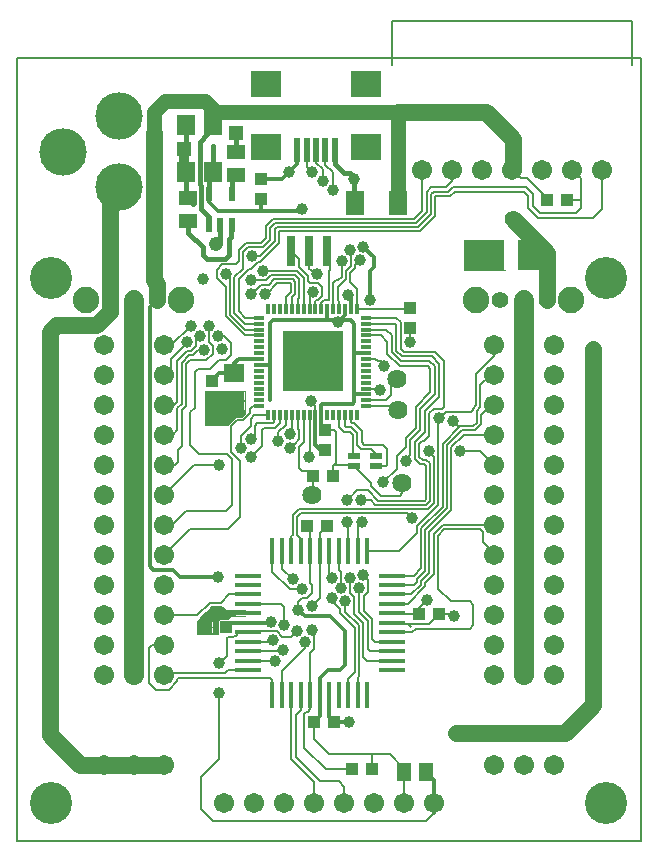
<source format=gtl>
G75*
G70*
%OFA0B0*%
%FSLAX24Y24*%
%IPPOS*%
%LPD*%
%AMOC8*
5,1,8,0,0,1.08239X$1,22.5*
%
%ADD10C,0.0060*%
%ADD11R,0.0138X0.0866*%
%ADD12R,0.0866X0.0138*%
%ADD13C,0.1580*%
%ADD14R,0.0512X0.0630*%
%ADD15R,0.0433X0.0394*%
%ADD16C,0.0673*%
%ADD17C,0.0050*%
%ADD18C,0.1400*%
%ADD19C,0.0550*%
%ADD20C,0.0885*%
%ADD21R,0.0768X0.0984*%
%ADD22R,0.0118X0.0335*%
%ADD23R,0.0335X0.0118*%
%ADD24R,0.2000X0.2000*%
%ADD25R,0.0217X0.0472*%
%ADD26R,0.0610X0.0709*%
%ADD27R,0.0591X0.0512*%
%ADD28R,0.0709X0.0610*%
%ADD29R,0.0394X0.0433*%
%ADD30R,0.0984X0.0866*%
%ADD31R,0.0197X0.0787*%
%ADD32R,0.0315X0.1024*%
%ADD33R,0.0591X0.0827*%
%ADD34R,0.0400X0.0200*%
%ADD35C,0.0640*%
%ADD36C,0.0390*%
%ADD37C,0.0080*%
%ADD38C,0.0120*%
%ADD39C,0.0560*%
%ADD40C,0.0010*%
%ADD41R,0.0476X0.0476*%
%ADD42C,0.0160*%
%ADD43C,0.0476*%
%ADD44C,0.0320*%
%ADD45C,0.0555*%
%ADD46C,0.0500*%
%ADD47C,0.0660*%
D10*
X000624Y000140D02*
X000624Y026240D01*
X021424Y026240D01*
X021424Y000140D01*
X000624Y000140D01*
D11*
X009154Y004999D03*
X009469Y004999D03*
X009784Y004999D03*
X010099Y004999D03*
X010414Y004999D03*
X010729Y004999D03*
X011044Y004999D03*
X011359Y004999D03*
X011674Y004999D03*
X011989Y004999D03*
X012304Y004999D03*
X012304Y009802D03*
X011989Y009802D03*
X011674Y009802D03*
X011359Y009802D03*
X011044Y009802D03*
X010729Y009802D03*
X010414Y009802D03*
X010099Y009802D03*
X009784Y009802D03*
X009469Y009802D03*
X009154Y009802D03*
D12*
X008328Y008975D03*
X008328Y008660D03*
X008328Y008345D03*
X008328Y008030D03*
X008328Y007715D03*
X008328Y007401D03*
X008328Y007086D03*
X008328Y006771D03*
X008328Y006456D03*
X008328Y006141D03*
X008328Y005826D03*
X013131Y005826D03*
X013131Y006141D03*
X013131Y006456D03*
X013131Y006771D03*
X013131Y007086D03*
X013131Y007401D03*
X013131Y007715D03*
X013131Y008030D03*
X013131Y008345D03*
X013131Y008660D03*
X013131Y008975D03*
D13*
X004037Y021914D03*
X002187Y023095D03*
X004037Y024276D03*
D14*
X013529Y002417D03*
X014277Y002417D03*
D15*
X011204Y004084D03*
X010535Y004084D03*
X007615Y007253D03*
X006945Y007253D03*
X010303Y010638D03*
X010973Y010638D03*
X014032Y007685D03*
X014701Y007685D03*
X013746Y017231D03*
X013746Y017901D03*
D16*
X016534Y016650D03*
X016534Y015650D03*
X016534Y014650D03*
X016534Y013650D03*
X016534Y012650D03*
X016534Y011650D03*
X016534Y010650D03*
X016534Y009650D03*
X016534Y008650D03*
X016534Y007650D03*
X016534Y006650D03*
X016534Y005650D03*
X017534Y005650D03*
X017534Y006650D03*
X017534Y007650D03*
X017534Y008650D03*
X017534Y009650D03*
X017534Y010650D03*
X017534Y011650D03*
X017534Y012650D03*
X017534Y013650D03*
X017534Y014650D03*
X017534Y015650D03*
X017534Y016650D03*
X018534Y016650D03*
X018534Y015650D03*
X018534Y014650D03*
X018534Y013650D03*
X018534Y012650D03*
X018534Y011650D03*
X018534Y010650D03*
X018534Y009650D03*
X018534Y008650D03*
X018534Y007650D03*
X018534Y006650D03*
X018534Y005650D03*
X018534Y002650D03*
X017534Y002650D03*
X016534Y002650D03*
X014534Y001400D03*
X013534Y001400D03*
X012534Y001400D03*
X011534Y001400D03*
X010534Y001400D03*
X009534Y001400D03*
X008534Y001400D03*
X007534Y001400D03*
X005534Y002650D03*
X004534Y002650D03*
X003534Y002650D03*
X003534Y005650D03*
X003534Y006650D03*
X003534Y007650D03*
X003534Y008650D03*
X003534Y009650D03*
X003534Y010650D03*
X003534Y011650D03*
X003534Y012650D03*
X003534Y013650D03*
X003534Y014650D03*
X003534Y015650D03*
X003534Y016650D03*
X004534Y016650D03*
X004534Y015650D03*
X004534Y014650D03*
X004534Y013650D03*
X004534Y012650D03*
X004534Y011650D03*
X004534Y010650D03*
X004534Y009650D03*
X004534Y008650D03*
X004534Y007650D03*
X004534Y006650D03*
X004534Y005650D03*
X005534Y005650D03*
X005534Y006650D03*
X005534Y007650D03*
X005534Y008650D03*
X005534Y009650D03*
X005534Y010650D03*
X005534Y011650D03*
X005534Y012650D03*
X005534Y013650D03*
X005534Y014650D03*
X005534Y015650D03*
X005534Y016650D03*
X014154Y022500D03*
X015154Y022500D03*
X016154Y022500D03*
X017154Y022500D03*
X018154Y022500D03*
X019154Y022500D03*
X020154Y022500D03*
D17*
X021154Y026000D02*
X021154Y027450D01*
X013154Y027450D01*
X013154Y026000D01*
D18*
X020284Y018900D03*
X020284Y001400D03*
X001784Y001400D03*
X001784Y018900D03*
D19*
X003737Y018169D03*
X004524Y018169D03*
X005311Y018169D03*
X016737Y018169D03*
X017524Y018169D03*
X018311Y018169D03*
D20*
X019099Y018169D03*
X015949Y018169D03*
X006099Y018169D03*
X002949Y018169D03*
D21*
X016518Y019659D03*
X017719Y019659D03*
D22*
X011964Y017864D03*
X011767Y017864D03*
X011570Y017864D03*
X011373Y017864D03*
X011176Y017864D03*
X010979Y017864D03*
X010783Y017864D03*
X010586Y017864D03*
X010389Y017864D03*
X010192Y017864D03*
X009995Y017864D03*
X009798Y017864D03*
X009601Y017864D03*
X009405Y017864D03*
X009208Y017864D03*
X009011Y017864D03*
X009011Y014320D03*
X009208Y014320D03*
X009405Y014320D03*
X009601Y014320D03*
X009798Y014320D03*
X009995Y014320D03*
X010192Y014320D03*
X010389Y014320D03*
X010586Y014320D03*
X010783Y014320D03*
X010979Y014320D03*
X011176Y014320D03*
X011373Y014320D03*
X011570Y014320D03*
X011767Y014320D03*
X011964Y014320D03*
D23*
X012259Y014616D03*
X012259Y014812D03*
X012259Y015009D03*
X012259Y015206D03*
X012259Y015403D03*
X012259Y015600D03*
X012259Y015797D03*
X012259Y015994D03*
X012259Y016190D03*
X012259Y016387D03*
X012259Y016584D03*
X012259Y016781D03*
X012259Y016978D03*
X012259Y017175D03*
X012259Y017371D03*
X012259Y017568D03*
X008716Y017568D03*
X008716Y017371D03*
X008716Y017175D03*
X008716Y016978D03*
X008716Y016781D03*
X008716Y016584D03*
X008716Y016387D03*
X008716Y016190D03*
X008716Y015994D03*
X008716Y015797D03*
X008716Y015600D03*
X008716Y015403D03*
X008716Y015206D03*
X008716Y015009D03*
X008716Y014812D03*
X008716Y014616D03*
D24*
X010509Y016116D03*
D25*
X007791Y020655D03*
X007417Y020655D03*
X007043Y020655D03*
X007043Y021678D03*
X007791Y021678D03*
D26*
X007184Y022440D03*
X006259Y022440D03*
X006263Y023997D03*
X007188Y023997D03*
D27*
X007942Y023077D03*
X007942Y022329D03*
X006338Y021543D03*
X006338Y020795D03*
D28*
X007883Y015732D03*
X007883Y014807D03*
D29*
X007124Y014805D03*
X007124Y015474D03*
X010493Y012306D03*
X011163Y012306D03*
X010904Y013155D03*
X010904Y013825D03*
X008764Y021535D03*
X008764Y022205D03*
X018309Y021490D03*
X018979Y021490D03*
X012469Y002540D03*
X011799Y002540D03*
D30*
X012258Y023273D03*
X012258Y025359D03*
X008951Y025359D03*
X008951Y023273D03*
D31*
X009974Y023174D03*
X010289Y023174D03*
X010604Y023174D03*
X010919Y023174D03*
X011234Y023174D03*
D32*
X010965Y019790D03*
X010374Y019790D03*
X009784Y019790D03*
D33*
X011915Y021390D03*
X013333Y021390D03*
D34*
X012613Y012972D03*
X012613Y012617D03*
X011865Y012617D03*
X011865Y012972D03*
D35*
X013344Y014490D03*
X013304Y015530D03*
X013484Y012070D03*
X010464Y011650D03*
D36*
X011624Y011490D03*
X012104Y011490D03*
X012124Y010750D03*
X011644Y010750D03*
X012854Y012080D03*
X013604Y012800D03*
X014384Y013110D03*
X014704Y014210D03*
X015164Y014130D03*
X015404Y013110D03*
X013804Y010890D03*
X012184Y008990D03*
X011744Y008890D03*
X011444Y008550D03*
X011584Y008110D03*
X011144Y008210D03*
X011144Y008890D03*
X010464Y007950D03*
X010004Y007830D03*
X009544Y007310D03*
X009104Y007410D03*
X009184Y006810D03*
X009504Y006490D03*
X009224Y006130D03*
X009964Y007130D03*
X010244Y006750D03*
X010484Y007170D03*
X010144Y008530D03*
X009824Y008850D03*
X012044Y008550D03*
X014304Y008170D03*
X015194Y007630D03*
X015264Y003730D03*
X011704Y004090D03*
X007384Y005050D03*
X007384Y006050D03*
X007244Y007750D03*
X007344Y008910D03*
X007364Y012670D03*
X008104Y013230D03*
X008444Y013530D03*
X008444Y012930D03*
X009344Y013450D03*
X009744Y013230D03*
X009744Y013690D03*
X010384Y012910D03*
X010424Y014790D03*
X011324Y017410D03*
X011664Y018310D03*
X012404Y018150D03*
X011464Y019450D03*
X011744Y019810D03*
X012064Y019490D03*
X012184Y019930D03*
X010644Y019040D03*
X010504Y018420D03*
X008904Y018370D03*
X008444Y018370D03*
X008444Y018830D03*
X008824Y019130D03*
X008464Y019630D03*
X007604Y019030D03*
X006844Y018870D03*
X007024Y017290D03*
X007344Y016970D03*
X007484Y016530D03*
X006864Y016490D03*
X006724Y016950D03*
X006424Y017290D03*
X006304Y016750D03*
X007564Y014230D03*
X012744Y015150D03*
X012884Y015970D03*
X013744Y016750D03*
X015804Y019410D03*
X015804Y019910D03*
X011884Y022190D03*
X011164Y021830D03*
X010824Y022130D03*
X010464Y022410D03*
X009704Y022430D03*
X010124Y021190D03*
X019824Y016530D03*
D37*
X016534Y016650D02*
X016534Y016280D01*
X015944Y015690D01*
X015944Y014650D01*
X015824Y014530D01*
X015824Y014490D01*
X015764Y014430D01*
X014924Y014430D01*
X014704Y014210D01*
X014684Y014190D01*
X014684Y011330D01*
X013964Y010610D01*
X013964Y010390D01*
X013376Y009802D01*
X012304Y009802D01*
X011989Y009802D02*
X011989Y010615D01*
X012124Y010750D01*
X011674Y010720D02*
X011644Y010750D01*
X011674Y010720D02*
X011674Y009802D01*
X011359Y009802D02*
X011359Y009175D01*
X011444Y009090D01*
X011444Y008550D01*
X011744Y008390D02*
X011744Y008890D01*
X012044Y008550D02*
X012044Y007750D01*
X012324Y007470D01*
X012324Y006530D01*
X012398Y006456D01*
X013131Y006456D01*
X013131Y006771D02*
X012563Y006771D01*
X012464Y006870D01*
X012464Y007530D01*
X012204Y007790D01*
X012204Y008290D01*
X012344Y008430D01*
X012344Y008830D01*
X012184Y008990D01*
X011744Y008390D02*
X011884Y008250D01*
X011884Y007690D01*
X012184Y007390D01*
X012184Y006270D01*
X012313Y006141D01*
X013131Y006141D01*
X013131Y007086D02*
X013820Y007086D01*
X013924Y007190D01*
X015724Y007190D01*
X015844Y007310D01*
X015844Y007990D01*
X015724Y008110D01*
X015094Y008110D01*
X014664Y008540D01*
X014664Y010290D01*
X014884Y010510D01*
X016064Y010510D01*
X016164Y010410D01*
X016164Y010090D01*
X016534Y009720D01*
X016534Y009650D01*
X016534Y010650D02*
X014824Y010650D01*
X014524Y010350D01*
X014524Y009010D01*
X014244Y008730D01*
X014244Y008610D01*
X013665Y008030D01*
X013131Y008030D01*
X013131Y007715D02*
X013161Y007685D01*
X014032Y007685D01*
X014032Y007897D01*
X014304Y008170D01*
X014104Y008670D02*
X013780Y008345D01*
X013131Y008345D01*
X013131Y008660D02*
X013875Y008660D01*
X013964Y008750D01*
X013964Y008850D01*
X014244Y009130D01*
X014244Y010490D01*
X014964Y011210D01*
X014964Y013310D01*
X015464Y013810D01*
X015904Y013810D01*
X016104Y014010D01*
X016104Y014330D01*
X016424Y014650D01*
X016534Y014650D01*
X016084Y014590D02*
X016084Y015330D01*
X016244Y015490D01*
X016374Y015490D01*
X016534Y015650D01*
X016084Y014590D02*
X015964Y014470D01*
X015964Y014070D01*
X015844Y013950D01*
X015404Y013950D01*
X015344Y013950D01*
X015164Y014130D01*
X015404Y013950D02*
X014824Y013370D01*
X014824Y011270D01*
X014104Y010550D01*
X014104Y009210D01*
X013869Y008975D01*
X013131Y008975D01*
X014104Y008790D02*
X014104Y008670D01*
X014104Y008790D02*
X014384Y009070D01*
X014384Y010430D01*
X015104Y011150D01*
X015104Y013250D01*
X015524Y013670D01*
X016514Y013670D01*
X016534Y013650D01*
X016074Y013110D02*
X015404Y013110D01*
X016074Y013110D02*
X016534Y012650D01*
X014804Y014540D02*
X014534Y014540D01*
X014384Y014390D01*
X014384Y013640D01*
X014204Y013460D01*
X014144Y013460D01*
X014054Y013370D01*
X014054Y012940D01*
X014164Y012830D01*
X014284Y012830D01*
X014404Y012710D01*
X014404Y011450D01*
X014284Y011330D01*
X012584Y011330D01*
X012424Y011490D01*
X012104Y011490D01*
X011984Y011810D02*
X012344Y011810D01*
X012684Y011470D01*
X014224Y011470D01*
X014264Y011510D01*
X014264Y012630D01*
X014204Y012690D01*
X014084Y012690D01*
X013904Y012870D01*
X013904Y013430D01*
X014234Y013760D01*
X014234Y014450D01*
X014714Y014930D01*
X014714Y016040D01*
X014464Y016290D01*
X013464Y016290D01*
X013284Y016470D01*
X013284Y017330D01*
X013243Y017371D01*
X012259Y017371D01*
X012259Y017175D02*
X012949Y017175D01*
X013124Y017000D01*
X013124Y016430D01*
X013424Y016130D01*
X014384Y016130D01*
X014564Y015950D01*
X014564Y015020D01*
X014084Y014540D01*
X014084Y013820D01*
X013754Y013490D01*
X013754Y012980D01*
X013604Y012830D01*
X013604Y012800D01*
X013304Y012950D02*
X013604Y013250D01*
X013604Y013550D01*
X013934Y013880D01*
X013934Y014600D01*
X014414Y015080D01*
X014414Y015860D01*
X014324Y015950D01*
X013394Y015950D01*
X012974Y016370D01*
X012974Y016760D01*
X012756Y016978D01*
X012259Y016978D01*
X012259Y017568D02*
X013286Y017568D01*
X013424Y017430D01*
X013424Y016530D01*
X013524Y016430D01*
X014559Y016430D01*
X014871Y016118D01*
X014871Y014607D01*
X014804Y014540D01*
X014384Y013110D02*
X014344Y013110D01*
X014544Y012910D01*
X014544Y011390D01*
X014344Y011190D01*
X010024Y011190D01*
X009824Y010990D01*
X009824Y010330D01*
X009784Y010290D01*
X009784Y009802D01*
X010099Y009802D02*
X010099Y010195D01*
X009964Y010330D01*
X009964Y010910D01*
X010104Y011050D01*
X013644Y011050D01*
X013804Y010890D01*
X013394Y011630D02*
X013484Y011720D01*
X013484Y012070D01*
X013394Y011630D02*
X012764Y011630D01*
X012434Y011960D01*
X012434Y012049D01*
X011865Y012617D01*
X011823Y012660D01*
X011214Y012660D01*
X011284Y012730D01*
X011284Y013750D01*
X011204Y013830D01*
X010909Y013830D01*
X010904Y013825D01*
X011373Y013921D02*
X011373Y014320D01*
X011570Y014320D02*
X011570Y013944D01*
X011604Y013910D01*
X011784Y013910D01*
X011984Y013710D01*
X011984Y013310D01*
X012104Y013190D01*
X012444Y013190D01*
X012613Y013021D01*
X012613Y012972D01*
X012613Y012617D02*
X012621Y012610D01*
X012924Y012610D01*
X012984Y012670D01*
X012984Y013190D01*
X012844Y013330D01*
X012204Y013330D01*
X012124Y013410D01*
X012124Y013790D01*
X011864Y014050D01*
X011804Y014050D01*
X011767Y014087D01*
X011767Y014320D01*
X011724Y013770D02*
X011524Y013770D01*
X011373Y013921D01*
X011724Y013770D02*
X011844Y013650D01*
X011844Y012993D01*
X011865Y012972D01*
X011214Y012660D02*
X011163Y012609D01*
X011163Y012306D01*
X010493Y012306D02*
X010493Y011853D01*
X010493Y012306D02*
X010489Y012470D01*
X010144Y012470D01*
X010044Y012570D01*
X010044Y013270D01*
X010192Y013418D01*
X010192Y014320D01*
X009995Y014320D02*
X009995Y013859D01*
X010044Y013810D01*
X010044Y013510D01*
X009904Y013370D01*
X009884Y013370D01*
X009744Y013230D01*
X009344Y013450D02*
X009344Y013750D01*
X009601Y014007D01*
X009601Y014320D01*
X009405Y014320D02*
X009405Y014050D01*
X009244Y013890D01*
X008864Y013890D01*
X008804Y013830D01*
X008804Y013290D01*
X008444Y012930D01*
X008084Y012790D02*
X008084Y010930D01*
X007684Y010530D01*
X006414Y010530D01*
X005534Y009650D01*
X005534Y010650D02*
X005804Y010650D01*
X006264Y011110D01*
X006284Y011130D01*
X007604Y011130D01*
X007804Y011330D01*
X007804Y012850D01*
X007644Y013010D01*
X006704Y013010D01*
X006404Y013310D01*
X006404Y014410D01*
X006564Y014570D01*
X006564Y015750D01*
X006664Y015850D01*
X007084Y015850D01*
X007384Y016150D01*
X007604Y016150D01*
X007784Y016330D01*
X007784Y016710D01*
X007524Y016970D01*
X007344Y016970D01*
X007024Y016750D02*
X007164Y016610D01*
X007164Y016370D01*
X006944Y016150D01*
X006404Y016150D01*
X006264Y016010D01*
X006264Y014630D01*
X006124Y014490D01*
X006124Y013290D01*
X006004Y013170D01*
X006004Y012750D01*
X005904Y012650D01*
X005534Y012650D01*
X005534Y013650D02*
X005554Y013670D01*
X005844Y013670D01*
X005984Y013810D01*
X005984Y014550D01*
X006124Y014690D01*
X006124Y016070D01*
X006364Y016310D01*
X006504Y016310D01*
X006684Y016490D01*
X006864Y016490D01*
X006604Y016630D02*
X006604Y016830D01*
X006724Y016950D01*
X006644Y016870D01*
X006604Y016630D02*
X006424Y016450D01*
X006304Y016450D01*
X005984Y016130D01*
X005984Y014770D01*
X005864Y014650D01*
X005534Y014650D01*
X005534Y015650D02*
X005764Y015880D01*
X005764Y016190D01*
X006304Y016730D01*
X006304Y016750D01*
X005784Y016650D02*
X006424Y017290D01*
X007024Y017290D02*
X007024Y016750D01*
X007604Y017610D02*
X007604Y018590D01*
X007304Y018890D01*
X007304Y019170D01*
X007484Y019350D01*
X007924Y019350D01*
X008024Y019450D01*
X008024Y019830D01*
X008264Y020070D01*
X008784Y020070D01*
X008944Y020230D01*
X008944Y020630D01*
X009184Y020870D01*
X013884Y020870D01*
X014154Y021140D01*
X014154Y022500D01*
X014444Y021910D02*
X014304Y021770D01*
X014304Y021090D01*
X013944Y020730D01*
X009244Y020730D01*
X009084Y020570D01*
X009084Y020170D01*
X008844Y019930D01*
X008324Y019930D01*
X008164Y019770D01*
X008164Y019190D01*
X007884Y018910D01*
X007884Y017730D01*
X008243Y017371D01*
X008716Y017371D01*
X008716Y017175D02*
X008239Y017175D01*
X007744Y017670D01*
X007744Y018890D01*
X007604Y019030D01*
X008024Y018850D02*
X008024Y017790D01*
X008246Y017568D01*
X008716Y017568D01*
X008716Y016978D02*
X008236Y016978D01*
X007604Y017610D01*
X008444Y018370D02*
X008464Y018370D01*
X008764Y018670D01*
X009024Y018670D01*
X009204Y018850D01*
X009824Y018850D01*
X009904Y018770D01*
X009904Y018350D01*
X009798Y018244D01*
X009798Y017864D01*
X009601Y017864D02*
X009601Y018247D01*
X009764Y018410D01*
X009764Y018690D01*
X009744Y018710D01*
X009304Y018710D01*
X008964Y018370D01*
X008904Y018370D01*
X008944Y018830D02*
X008444Y018830D01*
X008444Y019190D02*
X008364Y019190D01*
X008024Y018850D01*
X008444Y019190D02*
X008684Y019430D01*
X008744Y019430D01*
X009364Y020050D01*
X009364Y020430D01*
X009384Y020450D01*
X014084Y020450D01*
X014584Y020950D01*
X014584Y021610D01*
X014604Y021630D01*
X015084Y021630D01*
X015224Y021770D01*
X017524Y021770D01*
X017684Y021610D01*
X017684Y021210D01*
X018004Y020890D01*
X019844Y020890D01*
X020144Y021190D01*
X020144Y022490D01*
X020154Y022500D01*
X019424Y022230D02*
X019424Y021490D01*
X018979Y021490D01*
X019424Y021490D02*
X019424Y021230D01*
X019264Y021070D01*
X018064Y021070D01*
X017844Y021290D01*
X017844Y021690D01*
X017604Y021930D01*
X015164Y021930D01*
X015004Y021770D01*
X014524Y021770D01*
X014444Y021690D01*
X014444Y021030D01*
X014004Y020590D01*
X009304Y020590D01*
X009224Y020510D01*
X009224Y020110D01*
X008744Y019630D01*
X008464Y019630D01*
X008824Y019130D02*
X009964Y019130D01*
X010192Y018902D01*
X010192Y017864D01*
X009995Y017864D02*
X009995Y018181D01*
X010044Y018230D01*
X010044Y018850D01*
X009904Y018990D01*
X009104Y018990D01*
X008944Y018830D01*
X009784Y019790D02*
X010044Y019529D01*
X010044Y019250D01*
X010344Y018950D01*
X010344Y018790D01*
X010404Y018730D01*
X010664Y018730D01*
X010804Y018590D01*
X010804Y018290D01*
X010664Y018150D01*
X010624Y018150D01*
X010584Y018110D01*
X010584Y017865D01*
X010586Y017864D01*
X010783Y017864D02*
X010783Y018068D01*
X010864Y018150D01*
X011024Y018150D01*
X011044Y018170D01*
X011044Y019130D01*
X011084Y019170D01*
X011084Y019629D01*
X010944Y019769D01*
X010965Y019790D01*
X010374Y019790D02*
X010374Y019190D01*
X010644Y019040D01*
X011184Y018710D02*
X011284Y018810D01*
X011344Y018810D01*
X011464Y018930D01*
X011464Y019450D01*
X011764Y019290D02*
X011604Y019130D01*
X011604Y018870D01*
X011324Y018590D01*
X011324Y018150D01*
X011373Y018101D01*
X011373Y017864D01*
X011176Y017864D02*
X011176Y018122D01*
X011184Y018130D01*
X011184Y018710D01*
X011744Y018750D02*
X011744Y019070D01*
X011904Y019230D01*
X011904Y019330D01*
X012064Y019490D01*
X011764Y019290D02*
X011764Y019790D01*
X011744Y019810D01*
X011744Y018750D02*
X011964Y018530D01*
X011964Y017864D01*
X011978Y017850D01*
X013695Y017850D01*
X013746Y017901D01*
X013746Y017231D02*
X013746Y016752D01*
X013744Y016750D01*
X012884Y016010D02*
X012884Y015970D01*
X012884Y016010D02*
X012784Y016110D01*
X012664Y016110D01*
X012584Y016190D01*
X012259Y016190D01*
X012259Y015206D02*
X012688Y015206D01*
X012744Y015150D01*
X012927Y014812D02*
X013104Y014990D01*
X013104Y015330D01*
X013304Y015530D01*
X012927Y014812D02*
X012259Y014812D01*
X012259Y014616D02*
X013218Y014616D01*
X013344Y014490D01*
X013304Y012950D02*
X013304Y012530D01*
X012854Y012080D01*
X011984Y011810D02*
X011664Y011490D01*
X011624Y011490D01*
X010973Y010638D02*
X010729Y010394D01*
X010729Y009802D01*
X010729Y008215D01*
X010464Y007950D01*
X010304Y008210D02*
X010124Y008210D01*
X010004Y008090D01*
X010004Y007830D01*
X010304Y008210D02*
X010484Y008390D01*
X010484Y008650D01*
X010414Y008720D01*
X010414Y009802D01*
X010414Y010527D01*
X010303Y010638D01*
X011044Y009802D02*
X011044Y008990D01*
X011144Y008890D01*
X011144Y008210D02*
X011144Y008130D01*
X011404Y007870D01*
X011404Y007730D01*
X011904Y007230D01*
X011904Y005750D01*
X011674Y005520D01*
X011674Y004999D01*
X011989Y004999D02*
X011989Y005555D01*
X012044Y005610D01*
X012044Y007310D01*
X011584Y007770D01*
X011584Y008110D01*
X010544Y007110D02*
X010484Y007170D01*
X010544Y007110D02*
X010544Y006510D01*
X010414Y006380D01*
X010414Y004999D01*
X010414Y004510D01*
X010334Y004430D01*
X010274Y004430D01*
X010214Y004370D01*
X010214Y003230D01*
X010934Y002510D01*
X011769Y002510D01*
X011799Y002540D01*
X011364Y002110D02*
X011534Y001940D01*
X011534Y001400D01*
X011364Y002110D02*
X010724Y002110D01*
X009924Y002910D01*
X009924Y004330D01*
X010099Y004505D01*
X010099Y004999D01*
X009784Y004999D02*
X009784Y004410D01*
X009764Y004390D01*
X009764Y002870D01*
X010544Y002090D01*
X010544Y001410D01*
X010534Y001400D01*
X011044Y003010D02*
X010544Y003510D01*
X010544Y004075D01*
X010535Y004084D01*
X011044Y003010D02*
X012464Y003010D01*
X012464Y002545D01*
X012469Y002540D01*
X012464Y003010D02*
X013064Y003010D01*
X013534Y002540D01*
X013534Y001400D01*
X014284Y000790D02*
X014544Y001050D01*
X014544Y001390D01*
X014534Y001400D01*
X014284Y000790D02*
X007184Y000790D01*
X006784Y001190D01*
X006784Y002250D01*
X007384Y002850D01*
X007384Y005050D01*
X007564Y005710D02*
X005594Y005710D01*
X005534Y005650D01*
X005984Y005510D02*
X006044Y005570D01*
X009084Y005570D01*
X009154Y005500D01*
X009154Y004999D01*
X009469Y004999D02*
X009469Y005795D01*
X010244Y006570D01*
X010244Y006750D01*
X009964Y007110D02*
X009964Y007130D01*
X009764Y006930D01*
X009484Y006930D01*
X009304Y007110D01*
X008352Y007110D01*
X008328Y007086D01*
X008328Y007070D01*
X008352Y007110D02*
X008084Y007110D01*
X007924Y006950D01*
X007864Y006950D01*
X007844Y006930D01*
X007664Y006930D01*
X007624Y006890D01*
X007624Y006290D01*
X007384Y006050D01*
X007680Y005826D02*
X007564Y005710D01*
X007680Y005826D02*
X008328Y005826D01*
X008328Y006141D02*
X009213Y006141D01*
X009224Y006130D01*
X009470Y006456D02*
X009504Y006490D01*
X009470Y006456D02*
X008328Y006456D01*
X008328Y006771D02*
X009145Y006771D01*
X009184Y006810D01*
X009544Y007310D02*
X009544Y007910D01*
X009424Y008030D01*
X008328Y008030D01*
X008328Y008345D02*
X007720Y008345D01*
X007444Y008070D01*
X007064Y008070D01*
X006644Y007650D01*
X005534Y007650D01*
X005534Y006650D02*
X005144Y006650D01*
X005044Y006550D01*
X005044Y005390D01*
X005264Y005170D01*
X005704Y005170D01*
X005984Y005450D01*
X005984Y005510D01*
X009154Y009100D02*
X009724Y008530D01*
X010144Y008530D01*
X009824Y008850D02*
X009469Y009205D01*
X009469Y009802D01*
X009154Y009802D02*
X009154Y009100D01*
X009964Y007150D02*
X009964Y007130D01*
X013131Y007401D02*
X013161Y007370D01*
X013664Y007370D01*
X013764Y007270D01*
X013161Y007370D02*
X014386Y007370D01*
X014701Y007685D01*
X015139Y007685D01*
X015194Y007630D01*
X010384Y012910D02*
X010389Y012915D01*
X010389Y014320D01*
X010586Y014320D02*
X010586Y014628D01*
X010424Y014790D01*
X009798Y014320D02*
X009798Y013744D01*
X009744Y013690D01*
X009208Y014094D02*
X009164Y014050D01*
X008644Y014050D01*
X008564Y013970D01*
X008564Y013650D01*
X008444Y013530D01*
X008104Y013630D02*
X008424Y013950D01*
X008424Y014190D01*
X008554Y014320D01*
X009011Y014320D01*
X009208Y014320D02*
X009208Y014094D01*
X008716Y014616D02*
X008510Y014616D01*
X008404Y014510D01*
X008404Y014390D01*
X008184Y014170D01*
X007984Y014170D01*
X007784Y013970D01*
X007784Y013090D01*
X008084Y012790D01*
X008104Y013230D02*
X008104Y013630D01*
X007364Y012670D02*
X006554Y012670D01*
X005534Y011650D01*
X005534Y016650D02*
X005784Y016650D01*
X010389Y017864D02*
X010389Y018305D01*
X010504Y018420D01*
X011324Y017490D02*
X011324Y017410D01*
X011964Y017864D02*
X011964Y017864D01*
X011164Y021830D02*
X011164Y022410D01*
X010919Y022655D01*
X010919Y023174D01*
X010604Y023174D02*
X010604Y022730D01*
X010824Y022510D01*
X010824Y022130D01*
X010464Y022410D02*
X010289Y022585D01*
X010289Y023174D01*
X007188Y023997D02*
X007011Y023997D01*
X006944Y023930D01*
X006964Y024410D02*
X006944Y024430D01*
X006964Y024410D02*
X007164Y024410D01*
X014444Y021910D02*
X014924Y021910D01*
X015154Y022140D01*
X015154Y022500D01*
X017154Y022500D02*
X017424Y022230D01*
X017644Y022230D01*
X018309Y021565D01*
X018309Y021490D01*
X019154Y022500D02*
X019424Y022230D01*
D38*
X018204Y019830D02*
X018034Y019659D01*
X017719Y019659D01*
X012524Y019590D02*
X012524Y019250D01*
X012404Y019130D01*
X012404Y018150D01*
X011767Y018207D02*
X011767Y017864D01*
X011570Y017864D02*
X011564Y017858D01*
X011564Y017650D01*
X011404Y017490D01*
X011324Y017410D01*
X011324Y017490D02*
X011404Y017490D01*
X011764Y017490D01*
X011884Y017370D01*
X011884Y016350D01*
X011921Y016387D01*
X011941Y016387D01*
X011884Y016330D01*
X011884Y014990D01*
X011903Y015009D01*
X012259Y015009D01*
X011884Y014990D02*
X011884Y014750D01*
X011824Y014690D01*
X010804Y014690D01*
X010783Y014668D01*
X010783Y014320D01*
X010783Y013866D01*
X010904Y013825D01*
X010586Y013372D02*
X010584Y013370D01*
X010584Y013330D01*
X010759Y013155D01*
X010904Y013155D01*
X010586Y013372D02*
X010586Y014320D01*
X009084Y014810D02*
X009084Y015730D01*
X009084Y017390D01*
X009184Y017490D01*
X011004Y017490D01*
X010979Y017515D01*
X010979Y017864D01*
X011004Y017490D02*
X011324Y017490D01*
X011767Y018207D02*
X011664Y018310D01*
X012524Y019590D02*
X012184Y019930D01*
X010124Y021190D02*
X010064Y021130D01*
X008784Y021130D01*
X008764Y021150D01*
X008764Y021535D01*
X008784Y021130D02*
X007324Y021130D01*
X007043Y021411D01*
X007043Y021678D01*
X008764Y022205D02*
X009479Y022205D01*
X009704Y022430D01*
X009974Y022700D01*
X009974Y023174D01*
X005311Y018169D02*
X005064Y017922D01*
X005064Y009290D01*
X005184Y009170D01*
X005824Y009170D01*
X006084Y008910D01*
X007344Y008910D01*
X007735Y007715D02*
X008328Y007715D01*
X008328Y007401D02*
X007782Y007401D01*
X007615Y007253D01*
X008328Y007401D02*
X009095Y007401D01*
X009104Y007410D01*
X010004Y007830D02*
X010224Y007610D01*
X011084Y007610D01*
X011564Y007130D01*
X011564Y005990D01*
X011404Y005830D01*
X011004Y005830D01*
X010729Y005555D01*
X010729Y004999D01*
X010729Y004278D01*
X010535Y004084D01*
X011044Y004244D02*
X011044Y004999D01*
X011044Y004244D02*
X011204Y004084D01*
X011698Y004084D01*
X011704Y004090D01*
X014277Y002417D02*
X014544Y002150D01*
X014544Y001050D01*
X007124Y015474D02*
X007382Y015733D01*
X007884Y015733D01*
X007883Y015732D01*
X007884Y015733D02*
X007884Y016050D01*
X008025Y016190D01*
X008716Y016190D01*
X008716Y015994D02*
X009001Y015994D01*
X009084Y015910D01*
X009084Y015730D01*
X011941Y016387D02*
X012259Y016387D01*
D39*
X017164Y020870D02*
X018204Y019830D01*
X018311Y019723D01*
X018311Y018169D01*
X019824Y016530D02*
X019824Y004650D01*
X018904Y003730D01*
X015264Y003730D01*
X005534Y002650D02*
X004534Y002650D01*
X003534Y002650D01*
X002744Y002650D01*
X001724Y003670D01*
X001724Y017090D01*
X001944Y017310D01*
X003284Y017310D01*
X003737Y017763D01*
X003737Y018169D01*
X003744Y018177D01*
X003744Y021621D01*
X004037Y021914D01*
X005204Y023710D02*
X005204Y018810D01*
X005311Y018703D01*
X005311Y018169D01*
X013344Y024430D02*
X016264Y024430D01*
X017164Y023530D01*
X017164Y022510D01*
D40*
X016130Y020150D02*
X015544Y020150D01*
X015544Y019150D01*
X016904Y019150D01*
X016904Y019162D01*
X016523Y019162D01*
X016523Y019654D01*
X016513Y019654D01*
X016513Y019162D01*
X016132Y019162D01*
X016130Y019165D01*
X016130Y019654D01*
X016513Y019654D01*
X016513Y019664D01*
X016130Y019664D01*
X016130Y020150D01*
X016130Y020144D02*
X015544Y020144D01*
X015544Y020135D02*
X016130Y020135D01*
X016130Y020126D02*
X015544Y020126D01*
X015544Y020118D02*
X016130Y020118D01*
X016130Y020109D02*
X015544Y020109D01*
X015544Y020101D02*
X016130Y020101D01*
X016130Y020092D02*
X015544Y020092D01*
X015544Y020084D02*
X016130Y020084D01*
X016130Y020075D02*
X015544Y020075D01*
X015544Y020067D02*
X016130Y020067D01*
X016130Y020058D02*
X015544Y020058D01*
X015544Y020050D02*
X016130Y020050D01*
X016130Y020041D02*
X015544Y020041D01*
X015544Y020033D02*
X016130Y020033D01*
X016130Y020024D02*
X015544Y020024D01*
X015544Y020015D02*
X016130Y020015D01*
X016130Y020007D02*
X015544Y020007D01*
X015544Y019998D02*
X016130Y019998D01*
X016130Y019990D02*
X015544Y019990D01*
X015544Y019981D02*
X016130Y019981D01*
X016130Y019973D02*
X015544Y019973D01*
X015544Y019964D02*
X016130Y019964D01*
X016130Y019956D02*
X015544Y019956D01*
X015544Y019947D02*
X016130Y019947D01*
X016130Y019939D02*
X015544Y019939D01*
X015544Y019930D02*
X016130Y019930D01*
X016130Y019921D02*
X015544Y019921D01*
X015544Y019913D02*
X016130Y019913D01*
X016130Y019904D02*
X015544Y019904D01*
X015544Y019896D02*
X016130Y019896D01*
X016130Y019887D02*
X015544Y019887D01*
X015544Y019879D02*
X016130Y019879D01*
X016130Y019870D02*
X015544Y019870D01*
X015544Y019862D02*
X016130Y019862D01*
X016130Y019853D02*
X015544Y019853D01*
X015544Y019845D02*
X016130Y019845D01*
X016130Y019836D02*
X015544Y019836D01*
X015544Y019827D02*
X016130Y019827D01*
X016130Y019819D02*
X015544Y019819D01*
X015544Y019810D02*
X016130Y019810D01*
X016130Y019802D02*
X015544Y019802D01*
X015544Y019793D02*
X016130Y019793D01*
X016130Y019785D02*
X015544Y019785D01*
X015544Y019776D02*
X016130Y019776D01*
X016130Y019768D02*
X015544Y019768D01*
X015544Y019759D02*
X016130Y019759D01*
X016130Y019751D02*
X015544Y019751D01*
X015544Y019742D02*
X016130Y019742D01*
X016130Y019734D02*
X015544Y019734D01*
X015544Y019725D02*
X016130Y019725D01*
X016130Y019716D02*
X015544Y019716D01*
X015544Y019708D02*
X016130Y019708D01*
X016130Y019699D02*
X015544Y019699D01*
X015544Y019691D02*
X016130Y019691D01*
X016130Y019682D02*
X015544Y019682D01*
X015544Y019674D02*
X016130Y019674D01*
X016130Y019665D02*
X015544Y019665D01*
X015544Y019657D02*
X016513Y019657D01*
X016513Y019648D02*
X016523Y019648D01*
X016523Y019640D02*
X016513Y019640D01*
X016513Y019631D02*
X016523Y019631D01*
X016523Y019622D02*
X016513Y019622D01*
X016513Y019614D02*
X016523Y019614D01*
X016523Y019605D02*
X016513Y019605D01*
X016513Y019597D02*
X016523Y019597D01*
X016523Y019588D02*
X016513Y019588D01*
X016513Y019580D02*
X016523Y019580D01*
X016523Y019571D02*
X016513Y019571D01*
X016513Y019563D02*
X016523Y019563D01*
X016523Y019554D02*
X016513Y019554D01*
X016513Y019546D02*
X016523Y019546D01*
X016523Y019537D02*
X016513Y019537D01*
X016513Y019528D02*
X016523Y019528D01*
X016523Y019520D02*
X016513Y019520D01*
X016513Y019511D02*
X016523Y019511D01*
X016523Y019503D02*
X016513Y019503D01*
X016513Y019494D02*
X016523Y019494D01*
X016523Y019486D02*
X016513Y019486D01*
X016513Y019477D02*
X016523Y019477D01*
X016523Y019469D02*
X016513Y019469D01*
X016513Y019460D02*
X016523Y019460D01*
X016523Y019452D02*
X016513Y019452D01*
X016513Y019443D02*
X016523Y019443D01*
X016523Y019434D02*
X016513Y019434D01*
X016513Y019426D02*
X016523Y019426D01*
X016523Y019417D02*
X016513Y019417D01*
X016513Y019409D02*
X016523Y019409D01*
X016523Y019400D02*
X016513Y019400D01*
X016513Y019392D02*
X016523Y019392D01*
X016523Y019383D02*
X016513Y019383D01*
X016513Y019375D02*
X016523Y019375D01*
X016523Y019366D02*
X016513Y019366D01*
X016513Y019358D02*
X016523Y019358D01*
X016523Y019349D02*
X016513Y019349D01*
X016513Y019341D02*
X016523Y019341D01*
X016523Y019332D02*
X016513Y019332D01*
X016513Y019323D02*
X016523Y019323D01*
X016523Y019315D02*
X016513Y019315D01*
X016513Y019306D02*
X016523Y019306D01*
X016523Y019298D02*
X016513Y019298D01*
X016513Y019289D02*
X016523Y019289D01*
X016523Y019281D02*
X016513Y019281D01*
X016513Y019272D02*
X016523Y019272D01*
X016523Y019264D02*
X016513Y019264D01*
X016513Y019255D02*
X016523Y019255D01*
X016523Y019247D02*
X016513Y019247D01*
X016513Y019238D02*
X016523Y019238D01*
X016523Y019229D02*
X016513Y019229D01*
X016513Y019221D02*
X016523Y019221D01*
X016523Y019212D02*
X016513Y019212D01*
X016513Y019204D02*
X016523Y019204D01*
X016523Y019195D02*
X016513Y019195D01*
X016513Y019187D02*
X016523Y019187D01*
X016523Y019178D02*
X016513Y019178D01*
X016513Y019170D02*
X016523Y019170D01*
X016904Y019161D02*
X015544Y019161D01*
X015544Y019153D02*
X016904Y019153D01*
X016130Y019170D02*
X015544Y019170D01*
X015544Y019178D02*
X016130Y019178D01*
X016130Y019187D02*
X015544Y019187D01*
X015544Y019195D02*
X016130Y019195D01*
X016130Y019204D02*
X015544Y019204D01*
X015544Y019212D02*
X016130Y019212D01*
X016130Y019221D02*
X015544Y019221D01*
X015544Y019229D02*
X016130Y019229D01*
X016130Y019238D02*
X015544Y019238D01*
X015544Y019247D02*
X016130Y019247D01*
X016130Y019255D02*
X015544Y019255D01*
X015544Y019264D02*
X016130Y019264D01*
X016130Y019272D02*
X015544Y019272D01*
X015544Y019281D02*
X016130Y019281D01*
X016130Y019289D02*
X015544Y019289D01*
X015544Y019298D02*
X016130Y019298D01*
X016130Y019306D02*
X015544Y019306D01*
X015544Y019315D02*
X016130Y019315D01*
X016130Y019323D02*
X015544Y019323D01*
X015544Y019332D02*
X016130Y019332D01*
X016130Y019341D02*
X015544Y019341D01*
X015544Y019349D02*
X016130Y019349D01*
X016130Y019358D02*
X015544Y019358D01*
X015544Y019366D02*
X016130Y019366D01*
X016130Y019375D02*
X015544Y019375D01*
X015544Y019383D02*
X016130Y019383D01*
X016130Y019392D02*
X015544Y019392D01*
X015544Y019400D02*
X016130Y019400D01*
X016130Y019409D02*
X015544Y019409D01*
X015544Y019417D02*
X016130Y019417D01*
X016130Y019426D02*
X015544Y019426D01*
X015544Y019434D02*
X016130Y019434D01*
X016130Y019443D02*
X015544Y019443D01*
X015544Y019452D02*
X016130Y019452D01*
X016130Y019460D02*
X015544Y019460D01*
X015544Y019469D02*
X016130Y019469D01*
X016130Y019477D02*
X015544Y019477D01*
X015544Y019486D02*
X016130Y019486D01*
X016130Y019494D02*
X015544Y019494D01*
X015544Y019503D02*
X016130Y019503D01*
X016130Y019511D02*
X015544Y019511D01*
X015544Y019520D02*
X016130Y019520D01*
X016130Y019528D02*
X015544Y019528D01*
X015544Y019537D02*
X016130Y019537D01*
X016130Y019546D02*
X015544Y019546D01*
X015544Y019554D02*
X016130Y019554D01*
X016130Y019563D02*
X015544Y019563D01*
X015544Y019571D02*
X016130Y019571D01*
X016130Y019580D02*
X015544Y019580D01*
X015544Y019588D02*
X016130Y019588D01*
X016130Y019597D02*
X015544Y019597D01*
X015544Y019605D02*
X016130Y019605D01*
X016130Y019614D02*
X015544Y019614D01*
X015544Y019622D02*
X016130Y019622D01*
X016130Y019631D02*
X015544Y019631D01*
X015544Y019640D02*
X016130Y019640D01*
X016130Y019648D02*
X015544Y019648D01*
X008244Y015130D02*
X008244Y014378D01*
X008141Y014275D01*
X008028Y014275D01*
X007941Y014275D01*
X007741Y014075D01*
X007679Y014013D01*
X007679Y013990D01*
X006904Y013990D01*
X006904Y015130D01*
X008244Y015130D01*
X008244Y015129D02*
X006904Y015129D01*
X006904Y015120D02*
X008244Y015120D01*
X008240Y015117D02*
X007888Y015117D01*
X007888Y014812D01*
X007878Y014812D01*
X007878Y014802D01*
X007524Y014802D01*
X007524Y014500D01*
X007527Y014497D01*
X007878Y014497D01*
X007878Y014802D01*
X007888Y014802D01*
X007888Y014497D01*
X008240Y014497D01*
X008243Y014500D01*
X008243Y014802D01*
X007888Y014802D01*
X007888Y014812D01*
X008243Y014812D01*
X008243Y015114D01*
X008240Y015117D01*
X008243Y015112D02*
X008244Y015112D01*
X008243Y015103D02*
X008244Y015103D01*
X008243Y015094D02*
X008244Y015094D01*
X008243Y015086D02*
X008244Y015086D01*
X008243Y015077D02*
X008244Y015077D01*
X008243Y015069D02*
X008244Y015069D01*
X008243Y015060D02*
X008244Y015060D01*
X008243Y015052D02*
X008244Y015052D01*
X008243Y015043D02*
X008244Y015043D01*
X008243Y015035D02*
X008244Y015035D01*
X008243Y015026D02*
X008244Y015026D01*
X008243Y015018D02*
X008244Y015018D01*
X008243Y015009D02*
X008244Y015009D01*
X008243Y015001D02*
X008244Y015001D01*
X008243Y014992D02*
X008244Y014992D01*
X008243Y014983D02*
X008244Y014983D01*
X008243Y014975D02*
X008244Y014975D01*
X008243Y014966D02*
X008244Y014966D01*
X008243Y014958D02*
X008244Y014958D01*
X008243Y014949D02*
X008244Y014949D01*
X008243Y014941D02*
X008244Y014941D01*
X008243Y014932D02*
X008244Y014932D01*
X008243Y014924D02*
X008244Y014924D01*
X008243Y014915D02*
X008244Y014915D01*
X008243Y014907D02*
X008244Y014907D01*
X008243Y014898D02*
X008244Y014898D01*
X008243Y014889D02*
X008244Y014889D01*
X008243Y014881D02*
X008244Y014881D01*
X008243Y014872D02*
X008244Y014872D01*
X008243Y014864D02*
X008244Y014864D01*
X008243Y014855D02*
X008244Y014855D01*
X008243Y014847D02*
X008244Y014847D01*
X008243Y014838D02*
X008244Y014838D01*
X008243Y014830D02*
X008244Y014830D01*
X008243Y014821D02*
X008244Y014821D01*
X008243Y014813D02*
X008244Y014813D01*
X008244Y014804D02*
X007888Y014804D01*
X007888Y014813D02*
X007878Y014813D01*
X007878Y014812D02*
X007878Y015117D01*
X007527Y015117D01*
X007524Y015114D01*
X007524Y014812D01*
X007878Y014812D01*
X007878Y014804D02*
X007129Y014804D01*
X007129Y014800D02*
X007129Y014810D01*
X007325Y014810D01*
X007325Y015024D01*
X007323Y015026D01*
X007524Y015026D01*
X007524Y015018D02*
X007325Y015018D01*
X007323Y015026D02*
X007129Y015026D01*
X007119Y015026D01*
X006925Y015026D01*
X006922Y015024D01*
X006922Y014810D01*
X007118Y014810D01*
X007118Y014800D01*
X006922Y014800D01*
X006922Y014586D01*
X006925Y014583D01*
X007119Y014583D01*
X007119Y014800D01*
X007129Y014800D01*
X007325Y014800D01*
X007325Y014586D01*
X007323Y014583D01*
X007129Y014583D01*
X007129Y014800D01*
X007129Y014795D02*
X007119Y014795D01*
X007119Y014787D02*
X007129Y014787D01*
X007129Y014778D02*
X007119Y014778D01*
X007119Y014770D02*
X007129Y014770D01*
X007129Y014761D02*
X007119Y014761D01*
X007119Y014753D02*
X007129Y014753D01*
X007129Y014744D02*
X007119Y014744D01*
X007119Y014736D02*
X007129Y014736D01*
X007129Y014727D02*
X007119Y014727D01*
X007119Y014719D02*
X007129Y014719D01*
X007129Y014710D02*
X007119Y014710D01*
X007119Y014701D02*
X007129Y014701D01*
X007129Y014693D02*
X007119Y014693D01*
X007119Y014684D02*
X007129Y014684D01*
X007129Y014676D02*
X007119Y014676D01*
X007119Y014667D02*
X007129Y014667D01*
X007129Y014659D02*
X007119Y014659D01*
X007119Y014650D02*
X007129Y014650D01*
X007129Y014642D02*
X007119Y014642D01*
X007119Y014633D02*
X007129Y014633D01*
X007129Y014625D02*
X007119Y014625D01*
X007119Y014616D02*
X007129Y014616D01*
X007129Y014608D02*
X007119Y014608D01*
X007119Y014599D02*
X007129Y014599D01*
X007129Y014590D02*
X007119Y014590D01*
X006922Y014590D02*
X006904Y014590D01*
X006904Y014582D02*
X007524Y014582D01*
X007524Y014590D02*
X007325Y014590D01*
X007325Y014599D02*
X007524Y014599D01*
X007524Y014608D02*
X007325Y014608D01*
X007325Y014616D02*
X007524Y014616D01*
X007524Y014625D02*
X007325Y014625D01*
X007325Y014633D02*
X007524Y014633D01*
X007524Y014642D02*
X007325Y014642D01*
X007325Y014650D02*
X007524Y014650D01*
X007524Y014659D02*
X007325Y014659D01*
X007325Y014667D02*
X007524Y014667D01*
X007524Y014676D02*
X007325Y014676D01*
X007325Y014684D02*
X007524Y014684D01*
X007524Y014693D02*
X007325Y014693D01*
X007325Y014701D02*
X007524Y014701D01*
X007524Y014710D02*
X007325Y014710D01*
X007325Y014719D02*
X007524Y014719D01*
X007524Y014727D02*
X007325Y014727D01*
X007325Y014736D02*
X007524Y014736D01*
X007524Y014744D02*
X007325Y014744D01*
X007325Y014753D02*
X007524Y014753D01*
X007524Y014761D02*
X007325Y014761D01*
X007325Y014770D02*
X007524Y014770D01*
X007524Y014778D02*
X007325Y014778D01*
X007325Y014787D02*
X007524Y014787D01*
X007524Y014795D02*
X007325Y014795D01*
X007325Y014813D02*
X007524Y014813D01*
X007524Y014821D02*
X007325Y014821D01*
X007325Y014830D02*
X007524Y014830D01*
X007524Y014838D02*
X007325Y014838D01*
X007325Y014847D02*
X007524Y014847D01*
X007524Y014855D02*
X007325Y014855D01*
X007325Y014864D02*
X007524Y014864D01*
X007524Y014872D02*
X007325Y014872D01*
X007325Y014881D02*
X007524Y014881D01*
X007524Y014889D02*
X007325Y014889D01*
X007325Y014898D02*
X007524Y014898D01*
X007524Y014907D02*
X007325Y014907D01*
X007325Y014915D02*
X007524Y014915D01*
X007524Y014924D02*
X007325Y014924D01*
X007325Y014932D02*
X007524Y014932D01*
X007524Y014941D02*
X007325Y014941D01*
X007325Y014949D02*
X007524Y014949D01*
X007524Y014958D02*
X007325Y014958D01*
X007325Y014966D02*
X007524Y014966D01*
X007524Y014975D02*
X007325Y014975D01*
X007325Y014983D02*
X007524Y014983D01*
X007524Y014992D02*
X007325Y014992D01*
X007325Y015001D02*
X007524Y015001D01*
X007524Y015009D02*
X007325Y015009D01*
X007129Y015009D02*
X007119Y015009D01*
X007119Y015001D02*
X007129Y015001D01*
X007129Y014992D02*
X007119Y014992D01*
X007119Y014983D02*
X007129Y014983D01*
X007129Y014975D02*
X007119Y014975D01*
X007119Y014966D02*
X007129Y014966D01*
X007129Y014958D02*
X007119Y014958D01*
X007119Y014949D02*
X007129Y014949D01*
X007129Y014941D02*
X007119Y014941D01*
X007119Y014932D02*
X007129Y014932D01*
X007129Y014924D02*
X007119Y014924D01*
X007119Y014915D02*
X007129Y014915D01*
X007129Y014907D02*
X007119Y014907D01*
X007119Y014898D02*
X007129Y014898D01*
X007129Y014889D02*
X007119Y014889D01*
X007119Y014881D02*
X007129Y014881D01*
X007129Y014872D02*
X007119Y014872D01*
X007119Y014864D02*
X007129Y014864D01*
X007129Y014855D02*
X007119Y014855D01*
X007119Y014847D02*
X007129Y014847D01*
X007129Y014838D02*
X007119Y014838D01*
X007119Y014830D02*
X007129Y014830D01*
X007129Y014821D02*
X007119Y014821D01*
X007119Y014813D02*
X007129Y014813D01*
X007129Y014810D02*
X007119Y014810D01*
X007119Y015026D01*
X007119Y015018D02*
X007129Y015018D01*
X007129Y015026D02*
X007129Y014810D01*
X007118Y014804D02*
X006904Y014804D01*
X006904Y014813D02*
X006922Y014813D01*
X006922Y014821D02*
X006904Y014821D01*
X006904Y014830D02*
X006922Y014830D01*
X006922Y014838D02*
X006904Y014838D01*
X006904Y014847D02*
X006922Y014847D01*
X006922Y014855D02*
X006904Y014855D01*
X006904Y014864D02*
X006922Y014864D01*
X006922Y014872D02*
X006904Y014872D01*
X006904Y014881D02*
X006922Y014881D01*
X006922Y014889D02*
X006904Y014889D01*
X006904Y014898D02*
X006922Y014898D01*
X006922Y014907D02*
X006904Y014907D01*
X006904Y014915D02*
X006922Y014915D01*
X006922Y014924D02*
X006904Y014924D01*
X006904Y014932D02*
X006922Y014932D01*
X006922Y014941D02*
X006904Y014941D01*
X006904Y014949D02*
X006922Y014949D01*
X006922Y014958D02*
X006904Y014958D01*
X006904Y014966D02*
X006922Y014966D01*
X006922Y014975D02*
X006904Y014975D01*
X006904Y014983D02*
X006922Y014983D01*
X006922Y014992D02*
X006904Y014992D01*
X006904Y015001D02*
X006922Y015001D01*
X006922Y015009D02*
X006904Y015009D01*
X006904Y015018D02*
X006922Y015018D01*
X006924Y015026D02*
X006904Y015026D01*
X006904Y015035D02*
X007524Y015035D01*
X007524Y015043D02*
X006904Y015043D01*
X006904Y015052D02*
X007524Y015052D01*
X007524Y015060D02*
X006904Y015060D01*
X006904Y015069D02*
X007524Y015069D01*
X007524Y015077D02*
X006904Y015077D01*
X006904Y015086D02*
X007524Y015086D01*
X007524Y015094D02*
X006904Y015094D01*
X006904Y015103D02*
X007524Y015103D01*
X007524Y015112D02*
X006904Y015112D01*
X006904Y014795D02*
X006922Y014795D01*
X006922Y014787D02*
X006904Y014787D01*
X006904Y014778D02*
X006922Y014778D01*
X006922Y014770D02*
X006904Y014770D01*
X006904Y014761D02*
X006922Y014761D01*
X006922Y014753D02*
X006904Y014753D01*
X006904Y014744D02*
X006922Y014744D01*
X006922Y014736D02*
X006904Y014736D01*
X006904Y014727D02*
X006922Y014727D01*
X006922Y014719D02*
X006904Y014719D01*
X006904Y014710D02*
X006922Y014710D01*
X006922Y014701D02*
X006904Y014701D01*
X006904Y014693D02*
X006922Y014693D01*
X006922Y014684D02*
X006904Y014684D01*
X006904Y014676D02*
X006922Y014676D01*
X006922Y014667D02*
X006904Y014667D01*
X006904Y014659D02*
X006922Y014659D01*
X006922Y014650D02*
X006904Y014650D01*
X006904Y014642D02*
X006922Y014642D01*
X006922Y014633D02*
X006904Y014633D01*
X006904Y014625D02*
X006922Y014625D01*
X006922Y014616D02*
X006904Y014616D01*
X006904Y014608D02*
X006922Y014608D01*
X006922Y014599D02*
X006904Y014599D01*
X006904Y014573D02*
X007524Y014573D01*
X007524Y014565D02*
X006904Y014565D01*
X006904Y014556D02*
X007524Y014556D01*
X007524Y014548D02*
X006904Y014548D01*
X006904Y014539D02*
X007524Y014539D01*
X007524Y014531D02*
X006904Y014531D01*
X006904Y014522D02*
X007524Y014522D01*
X007524Y014514D02*
X006904Y014514D01*
X006904Y014505D02*
X007524Y014505D01*
X007878Y014505D02*
X007888Y014505D01*
X007888Y014514D02*
X007878Y014514D01*
X007878Y014522D02*
X007888Y014522D01*
X007888Y014531D02*
X007878Y014531D01*
X007878Y014539D02*
X007888Y014539D01*
X007888Y014548D02*
X007878Y014548D01*
X007878Y014556D02*
X007888Y014556D01*
X007888Y014565D02*
X007878Y014565D01*
X007878Y014573D02*
X007888Y014573D01*
X007888Y014582D02*
X007878Y014582D01*
X007878Y014590D02*
X007888Y014590D01*
X007888Y014599D02*
X007878Y014599D01*
X007878Y014608D02*
X007888Y014608D01*
X007888Y014616D02*
X007878Y014616D01*
X007878Y014625D02*
X007888Y014625D01*
X007888Y014633D02*
X007878Y014633D01*
X007878Y014642D02*
X007888Y014642D01*
X007888Y014650D02*
X007878Y014650D01*
X007878Y014659D02*
X007888Y014659D01*
X007888Y014667D02*
X007878Y014667D01*
X007878Y014676D02*
X007888Y014676D01*
X007888Y014684D02*
X007878Y014684D01*
X007878Y014693D02*
X007888Y014693D01*
X007888Y014701D02*
X007878Y014701D01*
X007878Y014710D02*
X007888Y014710D01*
X007888Y014719D02*
X007878Y014719D01*
X007878Y014727D02*
X007888Y014727D01*
X007888Y014736D02*
X007878Y014736D01*
X007878Y014744D02*
X007888Y014744D01*
X007888Y014753D02*
X007878Y014753D01*
X007878Y014761D02*
X007888Y014761D01*
X007888Y014770D02*
X007878Y014770D01*
X007878Y014778D02*
X007888Y014778D01*
X007888Y014787D02*
X007878Y014787D01*
X007878Y014795D02*
X007888Y014795D01*
X007888Y014821D02*
X007878Y014821D01*
X007878Y014830D02*
X007888Y014830D01*
X007888Y014838D02*
X007878Y014838D01*
X007878Y014847D02*
X007888Y014847D01*
X007888Y014855D02*
X007878Y014855D01*
X007878Y014864D02*
X007888Y014864D01*
X007888Y014872D02*
X007878Y014872D01*
X007878Y014881D02*
X007888Y014881D01*
X007888Y014889D02*
X007878Y014889D01*
X007878Y014898D02*
X007888Y014898D01*
X007888Y014907D02*
X007878Y014907D01*
X007878Y014915D02*
X007888Y014915D01*
X007888Y014924D02*
X007878Y014924D01*
X007878Y014932D02*
X007888Y014932D01*
X007888Y014941D02*
X007878Y014941D01*
X007878Y014949D02*
X007888Y014949D01*
X007888Y014958D02*
X007878Y014958D01*
X007878Y014966D02*
X007888Y014966D01*
X007888Y014975D02*
X007878Y014975D01*
X007878Y014983D02*
X007888Y014983D01*
X007888Y014992D02*
X007878Y014992D01*
X007878Y015001D02*
X007888Y015001D01*
X007888Y015009D02*
X007878Y015009D01*
X007878Y015018D02*
X007888Y015018D01*
X007888Y015026D02*
X007878Y015026D01*
X007878Y015035D02*
X007888Y015035D01*
X007888Y015043D02*
X007878Y015043D01*
X007878Y015052D02*
X007888Y015052D01*
X007888Y015060D02*
X007878Y015060D01*
X007878Y015069D02*
X007888Y015069D01*
X007888Y015077D02*
X007878Y015077D01*
X007878Y015086D02*
X007888Y015086D01*
X007888Y015094D02*
X007878Y015094D01*
X007878Y015103D02*
X007888Y015103D01*
X007888Y015112D02*
X007878Y015112D01*
X008243Y014795D02*
X008244Y014795D01*
X008243Y014787D02*
X008244Y014787D01*
X008243Y014778D02*
X008244Y014778D01*
X008243Y014770D02*
X008244Y014770D01*
X008243Y014761D02*
X008244Y014761D01*
X008243Y014753D02*
X008244Y014753D01*
X008243Y014744D02*
X008244Y014744D01*
X008243Y014736D02*
X008244Y014736D01*
X008243Y014727D02*
X008244Y014727D01*
X008243Y014719D02*
X008244Y014719D01*
X008243Y014710D02*
X008244Y014710D01*
X008243Y014701D02*
X008244Y014701D01*
X008243Y014693D02*
X008244Y014693D01*
X008243Y014684D02*
X008244Y014684D01*
X008243Y014676D02*
X008244Y014676D01*
X008243Y014667D02*
X008244Y014667D01*
X008243Y014659D02*
X008244Y014659D01*
X008243Y014650D02*
X008244Y014650D01*
X008243Y014642D02*
X008244Y014642D01*
X008243Y014633D02*
X008244Y014633D01*
X008243Y014625D02*
X008244Y014625D01*
X008243Y014616D02*
X008244Y014616D01*
X008243Y014608D02*
X008244Y014608D01*
X008243Y014599D02*
X008244Y014599D01*
X008243Y014590D02*
X008244Y014590D01*
X008243Y014582D02*
X008244Y014582D01*
X008243Y014573D02*
X008244Y014573D01*
X008243Y014565D02*
X008244Y014565D01*
X008243Y014556D02*
X008244Y014556D01*
X008243Y014548D02*
X008244Y014548D01*
X008243Y014539D02*
X008244Y014539D01*
X008243Y014531D02*
X008244Y014531D01*
X008243Y014522D02*
X008244Y014522D01*
X008243Y014514D02*
X008244Y014514D01*
X008243Y014505D02*
X008244Y014505D01*
X008244Y014496D02*
X006904Y014496D01*
X006904Y014488D02*
X008244Y014488D01*
X008244Y014479D02*
X006904Y014479D01*
X006904Y014471D02*
X008244Y014471D01*
X008244Y014462D02*
X006904Y014462D01*
X006904Y014454D02*
X008244Y014454D01*
X008244Y014445D02*
X006904Y014445D01*
X006904Y014437D02*
X008244Y014437D01*
X008244Y014428D02*
X006904Y014428D01*
X006904Y014420D02*
X008244Y014420D01*
X008244Y014411D02*
X006904Y014411D01*
X006904Y014402D02*
X008244Y014402D01*
X008244Y014394D02*
X006904Y014394D01*
X006904Y014385D02*
X008244Y014385D01*
X008243Y014377D02*
X006904Y014377D01*
X006904Y014368D02*
X008234Y014368D01*
X008226Y014360D02*
X006904Y014360D01*
X006904Y014351D02*
X008217Y014351D01*
X008208Y014343D02*
X006904Y014343D01*
X006904Y014334D02*
X008200Y014334D01*
X008191Y014326D02*
X006904Y014326D01*
X006904Y014317D02*
X008183Y014317D01*
X008174Y014309D02*
X006904Y014309D01*
X006904Y014300D02*
X008166Y014300D01*
X008157Y014291D02*
X006904Y014291D01*
X006904Y014283D02*
X008149Y014283D01*
X007940Y014274D02*
X006904Y014274D01*
X006904Y014266D02*
X007931Y014266D01*
X007923Y014257D02*
X006904Y014257D01*
X006904Y014249D02*
X007914Y014249D01*
X007906Y014240D02*
X006904Y014240D01*
X006904Y014232D02*
X007897Y014232D01*
X007889Y014223D02*
X006904Y014223D01*
X006904Y014215D02*
X007880Y014215D01*
X007872Y014206D02*
X006904Y014206D01*
X006904Y014197D02*
X007863Y014197D01*
X007855Y014189D02*
X006904Y014189D01*
X006904Y014180D02*
X007846Y014180D01*
X007838Y014172D02*
X006904Y014172D01*
X006904Y014163D02*
X007829Y014163D01*
X007820Y014155D02*
X006904Y014155D01*
X006904Y014146D02*
X007812Y014146D01*
X007803Y014138D02*
X006904Y014138D01*
X006904Y014129D02*
X007795Y014129D01*
X007786Y014121D02*
X006904Y014121D01*
X006904Y014112D02*
X007778Y014112D01*
X007769Y014103D02*
X006904Y014103D01*
X006904Y014095D02*
X007761Y014095D01*
X007752Y014086D02*
X006904Y014086D01*
X006904Y014078D02*
X007744Y014078D01*
X007735Y014069D02*
X006904Y014069D01*
X006904Y014061D02*
X007726Y014061D01*
X007718Y014052D02*
X006904Y014052D01*
X006904Y014044D02*
X007709Y014044D01*
X007701Y014035D02*
X006904Y014035D01*
X006904Y014027D02*
X007692Y014027D01*
X007684Y014018D02*
X006904Y014018D01*
X006904Y014009D02*
X007679Y014009D01*
X007679Y014001D02*
X006904Y014001D01*
X006904Y013992D02*
X007679Y013992D01*
X007444Y007950D02*
X007124Y007950D01*
X006624Y007450D01*
X006624Y007010D01*
X007353Y007010D01*
X007333Y007030D01*
X007333Y007477D01*
X007371Y007515D01*
X007649Y007515D01*
X007764Y007630D01*
X008244Y007630D01*
X008244Y007642D01*
X007892Y007642D01*
X007889Y007644D01*
X007889Y007711D01*
X008244Y007711D01*
X008244Y007720D01*
X007889Y007720D01*
X007889Y007786D01*
X007892Y007789D01*
X008244Y007789D01*
X008244Y007810D01*
X007604Y007810D01*
X007444Y007950D01*
X007451Y007944D02*
X007118Y007944D01*
X007109Y007935D02*
X007461Y007935D01*
X007471Y007927D02*
X007101Y007927D01*
X007092Y007918D02*
X007480Y007918D01*
X007490Y007910D02*
X007084Y007910D01*
X007075Y007901D02*
X007500Y007901D01*
X007510Y007892D02*
X007067Y007892D01*
X007058Y007884D02*
X007519Y007884D01*
X007529Y007875D02*
X007050Y007875D01*
X007041Y007867D02*
X007539Y007867D01*
X007549Y007858D02*
X007032Y007858D01*
X007024Y007850D02*
X007559Y007850D01*
X007568Y007841D02*
X007015Y007841D01*
X007007Y007833D02*
X007578Y007833D01*
X007588Y007824D02*
X006998Y007824D01*
X006990Y007816D02*
X007598Y007816D01*
X007762Y007628D02*
X006802Y007628D01*
X006810Y007636D02*
X008244Y007636D01*
X008244Y007713D02*
X006887Y007713D01*
X006879Y007705D02*
X007889Y007705D01*
X007889Y007696D02*
X006870Y007696D01*
X006862Y007687D02*
X007889Y007687D01*
X007889Y007679D02*
X006853Y007679D01*
X006845Y007670D02*
X007889Y007670D01*
X007889Y007662D02*
X006836Y007662D01*
X006827Y007653D02*
X007889Y007653D01*
X007889Y007645D02*
X006819Y007645D01*
X006793Y007619D02*
X007753Y007619D01*
X007745Y007611D02*
X006785Y007611D01*
X006776Y007602D02*
X007736Y007602D01*
X007728Y007593D02*
X006768Y007593D01*
X006759Y007585D02*
X007719Y007585D01*
X007711Y007576D02*
X006751Y007576D01*
X006742Y007568D02*
X007702Y007568D01*
X007693Y007559D02*
X006733Y007559D01*
X006725Y007551D02*
X007685Y007551D01*
X007676Y007542D02*
X006716Y007542D01*
X006708Y007534D02*
X007668Y007534D01*
X007659Y007525D02*
X006699Y007525D01*
X006691Y007517D02*
X007651Y007517D01*
X007364Y007508D02*
X006682Y007508D01*
X006674Y007499D02*
X007355Y007499D01*
X007347Y007491D02*
X006665Y007491D01*
X006657Y007482D02*
X007338Y007482D01*
X007333Y007474D02*
X006648Y007474D01*
X006639Y007465D02*
X007333Y007465D01*
X007333Y007457D02*
X006631Y007457D01*
X006624Y007448D02*
X006724Y007448D01*
X006724Y007452D02*
X006724Y007258D01*
X006940Y007258D01*
X006940Y007248D01*
X006950Y007248D01*
X006950Y007052D01*
X007164Y007052D01*
X007167Y007054D01*
X007167Y007248D01*
X006950Y007248D01*
X006950Y007258D01*
X007167Y007258D01*
X007167Y007452D01*
X007164Y007455D01*
X006950Y007455D01*
X006950Y007259D01*
X006940Y007259D01*
X006940Y007455D01*
X006727Y007455D01*
X006724Y007452D01*
X006724Y007440D02*
X006624Y007440D01*
X006624Y007431D02*
X006724Y007431D01*
X006724Y007423D02*
X006624Y007423D01*
X006624Y007414D02*
X006724Y007414D01*
X006724Y007406D02*
X006624Y007406D01*
X006624Y007397D02*
X006724Y007397D01*
X006724Y007388D02*
X006624Y007388D01*
X006624Y007380D02*
X006724Y007380D01*
X006724Y007371D02*
X006624Y007371D01*
X006624Y007363D02*
X006724Y007363D01*
X006724Y007354D02*
X006624Y007354D01*
X006624Y007346D02*
X006724Y007346D01*
X006724Y007337D02*
X006624Y007337D01*
X006624Y007329D02*
X006724Y007329D01*
X006724Y007320D02*
X006624Y007320D01*
X006624Y007312D02*
X006724Y007312D01*
X006724Y007303D02*
X006624Y007303D01*
X006624Y007294D02*
X006724Y007294D01*
X006724Y007286D02*
X006624Y007286D01*
X006624Y007277D02*
X006724Y007277D01*
X006724Y007269D02*
X006624Y007269D01*
X006624Y007260D02*
X006724Y007260D01*
X006724Y007248D02*
X006724Y007054D01*
X006727Y007052D01*
X006940Y007052D01*
X006940Y007248D01*
X006724Y007248D01*
X006724Y007243D02*
X006624Y007243D01*
X006624Y007235D02*
X006724Y007235D01*
X006724Y007226D02*
X006624Y007226D01*
X006624Y007218D02*
X006724Y007218D01*
X006724Y007209D02*
X006624Y007209D01*
X006624Y007200D02*
X006724Y007200D01*
X006724Y007192D02*
X006624Y007192D01*
X006624Y007183D02*
X006724Y007183D01*
X006724Y007175D02*
X006624Y007175D01*
X006624Y007166D02*
X006724Y007166D01*
X006724Y007158D02*
X006624Y007158D01*
X006624Y007149D02*
X006724Y007149D01*
X006724Y007141D02*
X006624Y007141D01*
X006624Y007132D02*
X006724Y007132D01*
X006724Y007124D02*
X006624Y007124D01*
X006624Y007115D02*
X006724Y007115D01*
X006724Y007106D02*
X006624Y007106D01*
X006624Y007098D02*
X006724Y007098D01*
X006724Y007089D02*
X006624Y007089D01*
X006624Y007081D02*
X006724Y007081D01*
X006724Y007072D02*
X006624Y007072D01*
X006624Y007064D02*
X006724Y007064D01*
X006724Y007055D02*
X006624Y007055D01*
X006624Y007047D02*
X007333Y007047D01*
X007333Y007055D02*
X007167Y007055D01*
X007167Y007064D02*
X007333Y007064D01*
X007333Y007072D02*
X007167Y007072D01*
X007167Y007081D02*
X007333Y007081D01*
X007333Y007089D02*
X007167Y007089D01*
X007167Y007098D02*
X007333Y007098D01*
X007333Y007106D02*
X007167Y007106D01*
X007167Y007115D02*
X007333Y007115D01*
X007333Y007124D02*
X007167Y007124D01*
X007167Y007132D02*
X007333Y007132D01*
X007333Y007141D02*
X007167Y007141D01*
X007167Y007149D02*
X007333Y007149D01*
X007333Y007158D02*
X007167Y007158D01*
X007167Y007166D02*
X007333Y007166D01*
X007333Y007175D02*
X007167Y007175D01*
X007167Y007183D02*
X007333Y007183D01*
X007333Y007192D02*
X007167Y007192D01*
X007167Y007200D02*
X007333Y007200D01*
X007333Y007209D02*
X007167Y007209D01*
X007167Y007218D02*
X007333Y007218D01*
X007333Y007226D02*
X007167Y007226D01*
X007167Y007235D02*
X007333Y007235D01*
X007333Y007243D02*
X007167Y007243D01*
X007167Y007260D02*
X007333Y007260D01*
X007333Y007252D02*
X006950Y007252D01*
X006950Y007260D02*
X006940Y007260D01*
X006940Y007252D02*
X006624Y007252D01*
X006624Y007038D02*
X007333Y007038D01*
X007333Y007030D02*
X006624Y007030D01*
X006624Y007021D02*
X007342Y007021D01*
X007350Y007013D02*
X006624Y007013D01*
X006940Y007055D02*
X006950Y007055D01*
X006950Y007064D02*
X006940Y007064D01*
X006940Y007072D02*
X006950Y007072D01*
X006950Y007081D02*
X006940Y007081D01*
X006940Y007089D02*
X006950Y007089D01*
X006950Y007098D02*
X006940Y007098D01*
X006940Y007106D02*
X006950Y007106D01*
X006950Y007115D02*
X006940Y007115D01*
X006940Y007124D02*
X006950Y007124D01*
X006950Y007132D02*
X006940Y007132D01*
X006940Y007141D02*
X006950Y007141D01*
X006950Y007149D02*
X006940Y007149D01*
X006940Y007158D02*
X006950Y007158D01*
X006950Y007166D02*
X006940Y007166D01*
X006940Y007175D02*
X006950Y007175D01*
X006950Y007183D02*
X006940Y007183D01*
X006940Y007192D02*
X006950Y007192D01*
X006950Y007200D02*
X006940Y007200D01*
X006940Y007209D02*
X006950Y007209D01*
X006950Y007218D02*
X006940Y007218D01*
X006940Y007226D02*
X006950Y007226D01*
X006950Y007235D02*
X006940Y007235D01*
X006940Y007243D02*
X006950Y007243D01*
X006950Y007269D02*
X006940Y007269D01*
X006940Y007277D02*
X006950Y007277D01*
X006950Y007286D02*
X006940Y007286D01*
X006940Y007294D02*
X006950Y007294D01*
X006950Y007303D02*
X006940Y007303D01*
X006940Y007312D02*
X006950Y007312D01*
X006950Y007320D02*
X006940Y007320D01*
X006940Y007329D02*
X006950Y007329D01*
X006950Y007337D02*
X006940Y007337D01*
X006940Y007346D02*
X006950Y007346D01*
X006950Y007354D02*
X006940Y007354D01*
X006940Y007363D02*
X006950Y007363D01*
X006950Y007371D02*
X006940Y007371D01*
X006940Y007380D02*
X006950Y007380D01*
X006950Y007388D02*
X006940Y007388D01*
X006940Y007397D02*
X006950Y007397D01*
X006950Y007406D02*
X006940Y007406D01*
X006940Y007414D02*
X006950Y007414D01*
X006950Y007423D02*
X006940Y007423D01*
X006940Y007431D02*
X006950Y007431D01*
X006950Y007440D02*
X006940Y007440D01*
X006940Y007448D02*
X006950Y007448D01*
X007167Y007448D02*
X007333Y007448D01*
X007333Y007440D02*
X007167Y007440D01*
X007167Y007431D02*
X007333Y007431D01*
X007333Y007423D02*
X007167Y007423D01*
X007167Y007414D02*
X007333Y007414D01*
X007333Y007406D02*
X007167Y007406D01*
X007167Y007397D02*
X007333Y007397D01*
X007333Y007388D02*
X007167Y007388D01*
X007167Y007380D02*
X007333Y007380D01*
X007333Y007371D02*
X007167Y007371D01*
X007167Y007363D02*
X007333Y007363D01*
X007333Y007354D02*
X007167Y007354D01*
X007167Y007346D02*
X007333Y007346D01*
X007333Y007337D02*
X007167Y007337D01*
X007167Y007329D02*
X007333Y007329D01*
X007333Y007320D02*
X007167Y007320D01*
X007167Y007312D02*
X007333Y007312D01*
X007333Y007303D02*
X007167Y007303D01*
X007167Y007294D02*
X007333Y007294D01*
X007333Y007286D02*
X007167Y007286D01*
X007167Y007277D02*
X007333Y007277D01*
X007333Y007269D02*
X007167Y007269D01*
X006904Y007730D02*
X007889Y007730D01*
X007889Y007722D02*
X006896Y007722D01*
X006913Y007739D02*
X007889Y007739D01*
X007889Y007747D02*
X006921Y007747D01*
X006930Y007756D02*
X007889Y007756D01*
X007889Y007764D02*
X006939Y007764D01*
X006947Y007773D02*
X007889Y007773D01*
X007889Y007781D02*
X006956Y007781D01*
X006964Y007790D02*
X008244Y007790D01*
X008244Y007799D02*
X006973Y007799D01*
X006981Y007807D02*
X008244Y007807D01*
D41*
X006204Y023190D03*
X007924Y023710D03*
D42*
X007924Y023077D01*
X007942Y023077D01*
X007942Y022329D02*
X007791Y022329D01*
X007791Y021678D01*
X007184Y022440D02*
X007184Y023294D01*
X006984Y023690D02*
X006984Y023890D01*
X006944Y023930D01*
X006944Y024430D01*
X006984Y023690D02*
X006724Y023430D01*
X006724Y022010D01*
X006784Y021950D01*
X006784Y021190D01*
X007043Y020931D01*
X007043Y020655D01*
X007417Y020655D02*
X007417Y020163D01*
X007264Y020010D01*
X006824Y019670D02*
X006964Y019530D01*
X007584Y019530D01*
X007704Y019650D01*
X007704Y020190D01*
X007784Y020270D01*
X007784Y020648D01*
X007791Y020655D01*
X007043Y021678D02*
X007043Y022440D01*
X007184Y022440D01*
X006259Y022440D02*
X006259Y021543D01*
X006338Y021543D01*
X006511Y021370D01*
X006338Y020795D02*
X006338Y020396D01*
X006824Y019910D01*
X006824Y019670D01*
X006204Y023190D02*
X006263Y023249D01*
X006263Y023997D01*
X011234Y023174D02*
X011234Y022680D01*
X011524Y022390D01*
X011724Y022390D01*
X011884Y022230D01*
X011884Y022190D01*
X011884Y021421D01*
X011915Y021390D01*
X017154Y022500D02*
X017164Y022510D01*
D43*
X007264Y020010D03*
D44*
X006259Y022440D02*
X006204Y022495D01*
X006204Y023190D01*
D45*
X017164Y020870D03*
D46*
X013333Y021390D02*
X013333Y024419D01*
X013344Y024430D01*
X007184Y024430D01*
X007164Y024410D01*
X007164Y024530D01*
X006904Y024790D01*
X005564Y024790D01*
X005204Y024430D01*
X005204Y023710D01*
D47*
X004524Y018169D02*
X004534Y018159D01*
X004534Y016650D01*
X004534Y015650D01*
X004534Y014650D01*
X004534Y013650D01*
X004534Y012650D01*
X004534Y011650D01*
X004534Y010650D01*
X004534Y009650D01*
X004534Y008650D01*
X004534Y007650D01*
X004534Y006650D01*
X004534Y005650D01*
X017534Y005650D02*
X017534Y006650D01*
X017534Y007650D01*
X017534Y008650D01*
X017534Y009650D01*
X017534Y010650D01*
X017534Y011650D01*
X017534Y012650D01*
X017534Y013650D01*
X017534Y014650D01*
X017534Y015650D01*
X017534Y016650D01*
X017534Y018159D01*
X017524Y018169D01*
M02*

</source>
